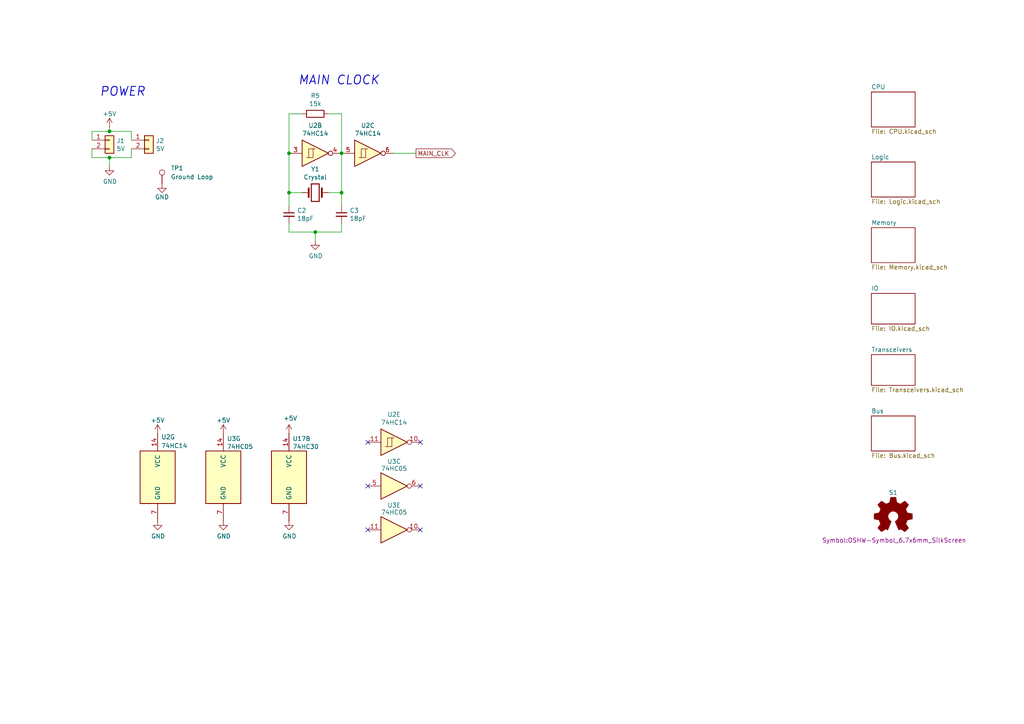
<source format=kicad_sch>
(kicad_sch (version 20231120) (generator "eeschema") (generator_version "8.0")
  (paper "A4")
  (title_block (title "k30p-VME") (rev "1"))
  (lib_symbols
    (symbol "74xx:74HC14" (pin_names (offset 1.016))
      (property "Reference" "U" (at 0 1.27 0))
      (property "Value" "74HC14" (at 0 -1.27 0))
      (symbol "74HC14_1_0"
        (polyline (pts (xy -3.81 3.81) (xy -3.81 -3.81) (xy 3.81 0) (xy -3.81 3.81)) (stroke (width 0.254)) (fill (type background)))
        (pin input line (at -7.62 0 0) (length 3.81) (name "~") (number "1"))
        (pin output inverted (at 7.62 0 180) (length 3.81) (name "~") (number "2"))
      )
      (symbol "74HC14_1_1"
        (polyline (pts (xy -1.905 -1.27) (xy -1.905 1.27) (xy -0.635 1.27)))
        (polyline (pts (xy -2.54 -1.27) (xy -0.635 -1.27) (xy -0.635 1.27) (xy 0 1.27)))
      )
      (symbol "74HC14_2_0"
        (polyline (pts (xy -3.81 3.81) (xy -3.81 -3.81) (xy 3.81 0) (xy -3.81 3.81)) (stroke (width 0.254)) (fill (type background)))
        (pin input line (at -7.62 0 0) (length 3.81) (name "~") (number "3"))
        (pin output inverted (at 7.62 0 180) (length 3.81) (name "~") (number "4"))
      )
      (symbol "74HC14_2_1"
        (polyline (pts (xy -1.905 -1.27) (xy -1.905 1.27) (xy -0.635 1.27)))
        (polyline (pts (xy -2.54 -1.27) (xy -0.635 -1.27) (xy -0.635 1.27) (xy 0 1.27)))
      )
      (symbol "74HC14_3_0"
        (polyline (pts (xy -3.81 3.81) (xy -3.81 -3.81) (xy 3.81 0) (xy -3.81 3.81)) (stroke (width 0.254)) (fill (type background)))
        (pin input line (at -7.62 0 0) (length 3.81) (name "~") (number "5"))
        (pin output inverted (at 7.62 0 180) (length 3.81) (name "~") (number "6"))
      )
      (symbol "74HC14_3_1"
        (polyline (pts (xy -1.905 -1.27) (xy -1.905 1.27) (xy -0.635 1.27)))
        (polyline (pts (xy -2.54 -1.27) (xy -0.635 -1.27) (xy -0.635 1.27) (xy 0 1.27)))
      )
      (symbol "74HC14_4_0"
        (polyline (pts (xy -3.81 3.81) (xy -3.81 -3.81) (xy 3.81 0) (xy -3.81 3.81)) (stroke (width 0.254)) (fill (type background)))
        (pin output inverted (at 7.62 0 180) (length 3.81) (name "~") (number "8"))
        (pin input line (at -7.62 0 0) (length 3.81) (name "~") (number "9"))
      )
      (symbol "74HC14_4_1"
        (polyline (pts (xy -1.905 -1.27) (xy -1.905 1.27) (xy -0.635 1.27)))
        (polyline (pts (xy -2.54 -1.27) (xy -0.635 -1.27) (xy -0.635 1.27) (xy 0 1.27)))
      )
      (symbol "74HC14_5_0"
        (polyline (pts (xy -3.81 3.81) (xy -3.81 -3.81) (xy 3.81 0) (xy -3.81 3.81)) (stroke (width 0.254)) (fill (type background)))
        (pin output inverted (at 7.62 0 180) (length 3.81) (name "~") (number "10"))
        (pin input line (at -7.62 0 0) (length 3.81) (name "~") (number "11"))
      )
      (symbol "74HC14_5_1"
        (polyline (pts (xy -1.905 -1.27) (xy -1.905 1.27) (xy -0.635 1.27)))
        (polyline (pts (xy -2.54 -1.27) (xy -0.635 -1.27) (xy -0.635 1.27) (xy 0 1.27)))
      )
      (symbol "74HC14_6_0"
        (polyline (pts (xy -3.81 3.81) (xy -3.81 -3.81) (xy 3.81 0) (xy -3.81 3.81)) (stroke (width 0.254)) (fill (type background)))
        (pin output inverted (at 7.62 0 180) (length 3.81) (name "~") (number "12"))
        (pin input line (at -7.62 0 0) (length 3.81) (name "~") (number "13"))
      )
      (symbol "74HC14_6_1"
        (polyline (pts (xy -1.905 -1.27) (xy -1.905 1.27) (xy -0.635 1.27)))
        (polyline (pts (xy -2.54 -1.27) (xy -0.635 -1.27) (xy -0.635 1.27) (xy 0 1.27)))
      )
      (symbol "74HC14_7_0"
        (pin power_in line (at 0 12.7 270) (length 5.08) (name "VCC") (number "14"))
        (pin power_in line (at 0 -12.7 90) (length 5.08) (name "GND") (number "7"))
      )
      (symbol "74HC14_7_1"
        (rectangle (start -5.08 7.62) (end 5.08 -7.62) (stroke (width 0.254)) (fill (type background)))
      )
    )
    (symbol "74xx:74LS05" (pin_names (offset 1.016))
      (property "Reference" "U" (at 0 1.27 0))
      (property "Value" "74LS05" (at 0 -1.27 0))
      (symbol "74LS05_1_0"
        (polyline (pts (xy -3.81 3.81) (xy -3.81 -3.81) (xy 3.81 0) (xy -3.81 3.81)) (stroke (width 0.254)) (fill (type background)))
        (pin input line (at -7.62 0 0) (length 3.81) (name "~") (number "1"))
        (pin open_collector inverted (at 7.62 0 180) (length 3.81) (name "~") (number "2"))
      )
      (symbol "74LS05_2_0"
        (polyline (pts (xy -3.81 3.81) (xy -3.81 -3.81) (xy 3.81 0) (xy -3.81 3.81)) (stroke (width 0.254)) (fill (type background)))
        (pin input line (at -7.62 0 0) (length 3.81) (name "~") (number "3"))
        (pin open_collector inverted (at 7.62 0 180) (length 3.81) (name "~") (number "4"))
      )
      (symbol "74LS05_3_0"
        (polyline (pts (xy -3.81 3.81) (xy -3.81 -3.81) (xy 3.81 0) (xy -3.81 3.81)) (stroke (width 0.254)) (fill (type background)))
        (pin input line (at -7.62 0 0) (length 3.81) (name "~") (number "5"))
        (pin open_collector inverted (at 7.62 0 180) (length 3.81) (name "~") (number "6"))
      )
      (symbol "74LS05_4_0"
        (polyline (pts (xy -3.81 3.81) (xy -3.81 -3.81) (xy 3.81 0) (xy -3.81 3.81)) (stroke (width 0.254)) (fill (type background)))
        (pin open_collector inverted (at 7.62 0 180) (length 3.81) (name "~") (number "8"))
        (pin input line (at -7.62 0 0) (length 3.81) (name "~") (number "9"))
      )
      (symbol "74LS05_5_0"
        (polyline (pts (xy -3.81 3.81) (xy -3.81 -3.81) (xy 3.81 0) (xy -3.81 3.81)) (stroke (width 0.254)) (fill (type background)))
        (pin open_collector inverted (at 7.62 0 180) (length 3.81) (name "~") (number "10"))
        (pin input line (at -7.62 0 0) (length 3.81) (name "~") (number "11"))
      )
      (symbol "74LS05_6_0"
        (polyline (pts (xy -3.81 3.81) (xy -3.81 -3.81) (xy 3.81 0) (xy -3.81 3.81)) (stroke (width 0.254)) (fill (type background)))
        (pin open_collector inverted (at 7.62 0 180) (length 3.81) (name "~") (number "12"))
        (pin input line (at -7.62 0 0) (length 3.81) (name "~") (number "13"))
      )
      (symbol "74LS05_7_0"
        (pin power_in line (at 0 12.7 270) (length 5.08) (name "VCC") (number "14"))
        (pin power_in line (at 0 -12.7 90) (length 5.08) (name "GND") (number "7"))
      )
      (symbol "74LS05_7_1"
        (rectangle (start -5.08 7.62) (end 5.08 -7.62) (stroke (width 0.254)) (fill (type background)))
      )
    )
    (symbol "74xx:74LS30" (pin_names (offset 1.016))
      (property "Reference" "U" (at 0 1.27 0))
      (property "Value" "74LS30" (at 0 -1.27 0))
      (symbol "74LS30_1_1"
        (arc (start 0 -3.81) (mid 3.7934 0) (end 0 3.81) (stroke (width 0.254)) (fill (type background)))
        (polyline (pts (xy -3.81 7.62) (xy -3.81 -10.16)) (stroke (width 0.254)))
        (polyline (pts (xy 0 3.81) (xy -3.81 3.81) (xy -3.81 -3.81) (xy 0 -3.81)) (stroke (width 0.254)) (fill (type background)))
        (pin input line (at -7.62 7.62 0) (length 3.81) (name "~") (number "1"))
        (pin input line (at -7.62 -7.62 0) (length 3.81) (name "~") (number "11"))
        (pin input line (at -7.62 -10.16 0) (length 3.81) (name "~") (number "12"))
        (pin input line (at -7.62 5.08 0) (length 3.81) (name "~") (number "2"))
        (pin input line (at -7.62 2.54 0) (length 3.81) (name "~") (number "3"))
        (pin input line (at -7.62 0 0) (length 3.81) (name "~") (number "4"))
        (pin input line (at -7.62 -2.54 0) (length 3.81) (name "~") (number "5"))
        (pin input line (at -7.62 -5.08 0) (length 3.81) (name "~") (number "6"))
        (pin output inverted (at 7.62 0 180) (length 3.81) (name "~") (number "8"))
      )
      (symbol "74LS30_1_2"
        (arc (start -3.81 -3.81) (mid -2.589 0) (end -3.81 3.81) (stroke (width 0.254)))
        (arc (start -0.6096 -3.81) (mid 2.1842 -2.5851) (end 3.81 0) (stroke (width 0.254)) (fill (type background)))
        (polyline (pts (xy -3.81 -3.81) (xy -3.81 -10.16)) (stroke (width 0.254)))
        (polyline (pts (xy -3.81 -3.81) (xy -0.635 -3.81)) (stroke (width 0.254)) (fill (type background)))
        (polyline (pts (xy -3.81 3.81) (xy -0.635 3.81)) (stroke (width 0.254)) (fill (type background)))
        (polyline (pts (xy -3.81 7.62) (xy -3.81 3.81)) (stroke (width 0.254)))
        (polyline (pts (xy -0.635 3.81) (xy -3.81 3.81) (xy -3.81 3.81) (xy -3.556 3.4036) (xy -3.0226 2.2606) (xy -2.6924 1.0414) (xy -2.6162 -0.254) (xy -2.7686 -1.4986) (xy -3.175 -2.7178) (xy -3.81 -3.81) (xy -3.81 -3.81) (xy -0.635 -3.81)) (stroke (width -25.4)) (fill (type background)))
        (arc (start 3.81 0) (mid 2.1915 2.5936) (end -0.6096 3.81) (stroke (width 0.254)) (fill (type background)))
        (pin input inverted (at -7.62 7.62 0) (length 3.81) (name "~") (number "1"))
        (pin input inverted (at -7.62 -7.62 0) (length 3.81) (name "~") (number "11"))
        (pin input inverted (at -7.62 -10.16 0) (length 3.81) (name "~") (number "12"))
        (pin input inverted (at -7.62 5.08 0) (length 3.81) (name "~") (number "2"))
        (pin input inverted (at -7.62 2.54 0) (length 4.5466) (name "~") (number "3"))
        (pin input inverted (at -7.62 0 0) (length 5.08) (name "~") (number "4"))
        (pin input inverted (at -7.62 -2.54 0) (length 4.5466) (name "~") (number "5"))
        (pin input inverted (at -7.62 -5.08 0) (length 3.81) (name "~") (number "6"))
        (pin output line (at 7.62 0 180) (length 3.81) (name "~") (number "8"))
      )
      (symbol "74LS30_2_0"
        (pin power_in line (at 0 12.7 270) (length 5.08) (name "VCC") (number "14"))
        (pin power_in line (at 0 -12.7 90) (length 5.08) (name "GND") (number "7"))
      )
      (symbol "74LS30_2_1"
        (rectangle (start -5.08 7.62) (end 5.08 -7.62) (stroke (width 0.254)) (fill (type background)))
      )
    )
    (symbol "Connector:TestPoint" (pin_numbers hide) (pin_names (offset 0.762) hide)
      (property "Reference" "TP" (at 0 6.858 0))
      (property "Value" "TestPoint" (at 0 5.08 0))
      (symbol "TestPoint_0_1"
        (circle (center 0 3.302) (radius 0.762))
      )
      (symbol "TestPoint_1_1"
        (pin passive line (at 0 0 90) (length 2.54) (name "1") (number "1"))
      )
    )
    (symbol "Connector_Generic:Conn_01x02" (pin_names (offset 1.016) hide)
      (property "Reference" "J" (at 0 2.54 0))
      (property "Value" "Conn_01x02" (at 0 -5.08 0))
      (symbol "Conn_01x02_1_1"
        (rectangle (start -1.27 -2.413) (end 0 -2.667) (stroke (width 0.1524)))
        (rectangle (start -1.27 0.127) (end 0 -0.127) (stroke (width 0.1524)))
        (rectangle (start -1.27 1.27) (end 1.27 -3.81) (stroke (width 0.254)) (fill (type background)))
        (pin passive line (at -5.08 0 0) (length 3.81) (name "Pin_1") (number "1"))
        (pin passive line (at -5.08 -2.54 0) (length 3.81) (name "Pin_2") (number "2"))
      )
    )
    (symbol "Device:C_Small" (pin_numbers hide) (pin_names (offset 0.254) hide)
      (property "Reference" "C" (at 0.254 1.778 0))
      (property "Value" "C_Small" (at 0.254 -2.032 0))
      (symbol "C_Small_0_1"
        (polyline (pts (xy -1.524 -0.508) (xy 1.524 -0.508)) (stroke (width 0.3302)))
        (polyline (pts (xy -1.524 0.508) (xy 1.524 0.508)) (stroke (width 0.3048)))
      )
      (symbol "C_Small_1_1"
        (pin passive line (at 0 2.54 270) (length 2.032) (name "~") (number "1"))
        (pin passive line (at 0 -2.54 90) (length 2.032) (name "~") (number "2"))
      )
    )
    (symbol "Device:Crystal" (pin_numbers hide) (pin_names (offset 1.016) hide)
      (property "Reference" "Y" (at 0 3.81 0))
      (property "Value" "Crystal" (at 0 -3.81 0))
      (symbol "Crystal_0_1"
        (rectangle (start -1.143 2.54) (end 1.143 -2.54) (stroke (width 0.3048)))
        (polyline (pts (xy -2.54 0) (xy -1.905 0)))
        (polyline (pts (xy -1.905 -1.27) (xy -1.905 1.27)) (stroke (width 0.508)))
        (polyline (pts (xy 1.905 -1.27) (xy 1.905 1.27)) (stroke (width 0.508)))
        (polyline (pts (xy 2.54 0) (xy 1.905 0)))
      )
      (symbol "Crystal_1_1"
        (pin passive line (at -3.81 0 0) (length 1.27) (name "1") (number "1"))
        (pin passive line (at 3.81 0 180) (length 1.27) (name "2") (number "2"))
      )
    )
    (symbol "Device:R" (pin_numbers hide) (pin_names (offset 0))
      (property "Reference" "R" (at 2.032 0 90))
      (property "Value" "R" (at 0 0 90))
      (symbol "R_0_1"
        (rectangle (start -1.016 -2.54) (end 1.016 2.54) (stroke (width 0.254)))
      )
      (symbol "R_1_1"
        (pin passive line (at 0 3.81 270) (length 1.27) (name "~") (number "1"))
        (pin passive line (at 0 -3.81 90) (length 1.27) (name "~") (number "2"))
      )
    )
    (symbol "Graphic:Logo_Open_Hardware_Small" (in_bom no) (on_board no)
      (symbol "Logo_Open_Hardware_Small_0_1"
        (polyline (pts (xy 3.3528 -4.3434) (xy 3.302 -4.318) (xy 3.175 -4.2418) (xy 2.9972 -4.1148) (xy 2.7686 -3.9624) (xy 2.54 -3.81) (xy 2.3622 -3.7084) (xy 2.2352 -3.6068) (xy 2.1844 -3.5814) (xy 2.159 -3.6068) (xy 2.0574 -3.6576) (xy 1.905 -3.7338) (xy 1.8034 -3.7846) (xy 1.6764 -3.8354) (xy 1.6002 -3.8354) (xy 1.6002 -3.8354) (xy 1.5494 -3.7338) (xy 1.4732 -3.5306) (xy 1.3462 -3.302) (xy 1.2446 -3.0226) (xy 1.1176 -2.7178) (xy 0.9652 -2.413) (xy 0.8636 -2.1082) (xy 0.7366 -1.8288) (xy 0.6604 -1.6256) (xy 0.6096 -1.4732) (xy 0.5842 -1.397) (xy 0.5842 -1.397) (xy 0.6604 -1.3208) (xy 0.7874 -1.2446) (xy 1.0414 -1.016) (xy 1.2954 -0.6858) (xy 1.4478 -0.3302) (xy 1.524 0.0762) (xy 1.4732 0.4572) (xy 1.3208 0.8128) (xy 1.0668 1.143) (xy 0.762 1.3716) (xy 0.4064 1.524) (xy 0 1.5748) (xy -0.381 1.5494) (xy -0.7366 1.397) (xy -1.0668 1.143) (xy -1.2192 0.9906) (xy -1.397 0.6604) (xy -1.524 0.3048) (xy -1.524 0.2286) (xy -1.4986 -0.1778) (xy -1.397 -0.5334) (xy -1.1938 -0.8636) (xy -0.9144 -1.143) (xy -0.8636 -1.1684) (xy -0.7366 -1.27) (xy -0.635 -1.3462) (xy -0.5842 -1.397) (xy -1.0668 -2.5908) (xy -1.143 -2.794) (xy -1.2954 -3.1242) (xy -1.397 -3.4036) (xy -1.4986 -3.6322) (xy -1.5748 -3.7846) (xy -1.6002 -3.8354) (xy -1.6002 -3.8354) (xy -1.651 -3.8354) (xy -1.7272 -3.81) (xy -1.905 -3.7338) (xy -2.0066 -3.683) (xy -2.1336 -3.6068) (xy -2.2098 -3.5814) (xy -2.2606 -3.6068) (xy -2.3622 -3.683) (xy -2.54 -3.81) (xy -2.7686 -3.9624) (xy -2.9718 -4.0894) (xy -3.1496 -4.2164) (xy -3.302 -4.318) (xy -3.3528 -4.3434) (xy -3.3782 -4.3434) (xy -3.429 -4.318) (xy -3.5306 -4.2164) (xy -3.7084 -4.064) (xy -3.937 -3.8354) (xy -3.9624 -3.81) (xy -4.1656 -3.6068) (xy -4.318 -3.4544) (xy -4.4196 -3.3274) (xy -4.445 -3.2766) (xy -4.445 -3.2766) (xy -4.4196 -3.2258) (xy -4.318 -3.0734) (xy -4.2164 -2.8956) (xy -4.064 -2.667) (xy -3.6576 -2.0828) (xy -3.8862 -1.5494) (xy -3.937 -1.3716) (xy -4.0386 -1.1684) (xy -4.0894 -1.0414) (xy -4.1148 -0.9652) (xy -4.191 -0.9398) (xy -4.318 -0.9144) (xy -4.5466 -0.8636) (xy -4.8006 -0.8128) (xy -5.0546 -0.7874) (xy -5.2578 -0.7366) (xy -5.4356 -0.7112) (xy -5.5118 -0.6858) (xy -5.5118 -0.6858) (xy -5.5372 -0.635) (xy -5.5372 -0.5588) (xy -5.5372 -0.4318) (xy -5.5626 -0.2286) (xy -5.5626 0.0762) (xy -5.5626 0.127) (xy -5.5372 0.4064) (xy -5.5372 0.635) (xy -5.5372 0.762) (xy -5.5372 0.8382) (xy -5.5372 0.8382) (xy -5.461 0.8382) (xy -5.3086 0.889) (xy -5.08 0.9144) (xy -4.826 0.9652) (xy -4.8006 0.9906) (xy -4.5466 1.0414) (xy -4.318 1.0668) (xy -4.1656 1.1176) (xy -4.0894 1.143) (xy -4.0894 1.143) (xy -4.0386 1.2446) (xy -3.9624 1.4224) (xy -3.8608 1.6256) (xy -3.7846 1.8288) (xy -3.7084 2.0066) (xy -3.6576 2.159) (xy -3.6322 2.2098) (xy -3.6322 2.2098) (xy -3.683 2.286) (xy -3.7592 2.413) (xy -3.8862 2.5908) (xy -4.064 2.8194) (xy -4.064 2.8448) (xy -4.2164 3.0734) (xy -4.3434 3.2512) (xy -4.4196 3.3782) (xy -4.445 3.4544) (xy -4.445 3.4544) (xy -4.3942 3.5052) (xy -4.2926 3.6322) (xy -4.1148 3.81) (xy -3.937 4.0132) (xy -3.8608 4.064) (xy -3.6576 4.2926) (xy -3.5052 4.4196) (xy -3.4036 4.4958) (xy -3.3528 4.5212) (xy -3.3528 4.5212) (xy -3.302 4.4704) (xy -3.1496 4.3688) (xy -2.9718 4.2418) (xy -2.7432 4.0894) (xy -2.7178 4.0894) (xy -2.4892 3.937) (xy -2.3114 3.81) (xy -2.1844 3.7084) (xy -2.1336 3.683) (xy -2.1082 3.683) (xy -2.032 3.7084) (xy -1.8542 3.7592) (xy -1.6764 3.8354) (xy -1.4732 3.937) (xy -1.27 4.0132) (xy -1.143 4.064) (xy -1.0668 4.1148) (xy -1.0668 4.1148) (xy -1.0414 4.191) (xy -1.016 4.3434) (xy -0.9652 4.572) (xy -0.9144 4.8514) (xy -0.889 4.9022) (xy -0.8382 5.1562) (xy -0.8128 5.3848) (xy -0.7874 5.5372) (xy -0.762 5.588) (xy -0.7112 5.6134) (xy -0.5842 5.6134) (xy -0.4064 5.6134) (xy -0.1524 5.6134) (xy 0.0762 5.6134) (xy 0.3302 5.6134) (xy 0.5334 5.6134) (xy 0.6858 5.588) (xy 0.7366 5.588) (xy 0.7366 5.588) (xy 0.762 5.5118) (xy 0.8128 5.334) (xy 0.8382 5.1054) (xy 0.9144 4.826) (xy 0.9144 4.7752) (xy 0.9652 4.5212) (xy 1.016 4.2926) (xy 1.0414 4.1402) (xy 1.0668 4.0894) (xy 1.0668 4.0894) (xy 1.1938 4.0386) (xy 1.3716 3.9624) (xy 1.5748 3.8608) (xy 2.0828 3.6576) (xy 2.7178 4.0894) (xy 2.7686 4.1402) (xy 2.9972 4.2926) (xy 3.175 4.4196) (xy 3.302 4.4958) (xy 3.3782 4.5212) (xy 3.3782 4.5212) (xy 3.429 4.4704) (xy 3.556 4.3434) (xy 3.7338 4.191) (xy 3.9116 3.9878) (xy 4.064 3.8354) (xy 4.2418 3.6576) (xy 4.3434 3.556) (xy 4.4196 3.4798) (xy 4.4196 3.429) (xy 4.4196 3.4036) (xy 4.3942 3.3274) (xy 4.2926 3.2004) (xy 4.1656 2.9972) (xy 4.0132 2.794) (xy 3.8862 2.5908) (xy 3.7592 2.3876) (xy 3.6576 2.2352) (xy 3.6322 2.159) (xy 3.6322 2.1336) (xy 3.683 2.0066) (xy 3.7592 1.8288) (xy 3.8608 1.6002) (xy 4.064 1.1176) (xy 4.3942 1.0414) (xy 4.5974 1.016) (xy 4.8768 0.9652) (xy 5.1308 0.9144) (xy 5.5372 0.8382) (xy 5.5626 -0.6604) (xy 5.4864 -0.6858) (xy 5.4356 -0.6858) (xy 5.2832 -0.7366) (xy 5.0546 -0.762) (xy 4.8006 -0.8128) (xy 4.5974 -0.8636) (xy 4.3688 -0.9144) (xy 4.2164 -0.9398) (xy 4.1402 -0.9398) (xy 4.1148 -0.9652) (xy 4.064 -1.0668) (xy 3.9878 -1.2446) (xy 3.9116 -1.4478) (xy 3.81 -1.651) (xy 3.7338 -1.8542) (xy 3.683 -2.0066) (xy 3.6576 -2.0828) (xy 3.683 -2.1336) (xy 3.7846 -2.2606) (xy 3.8862 -2.4638) (xy 4.0386 -2.667) (xy 4.191 -2.8956) (xy 4.318 -3.0734) (xy 4.3942 -3.2004) (xy 4.445 -3.2766) (xy 4.4196 -3.3274) (xy 4.3434 -3.429) (xy 4.1656 -3.5814) (xy 3.937 -3.8354) (xy 3.8862 -3.8608) (xy 3.683 -4.064) (xy 3.5306 -4.2164) (xy 3.4036 -4.318) (xy 3.3528 -4.3434)) (fill (type outline)))
      )
    )
    (symbol "power:+5V" (power) (pin_numbers hide) (pin_names (offset 0) hide)
      (property "Value" "+5V" (at 0 3.556 0))
      (symbol "+5V_0_1"
        (polyline (pts (xy -0.762 1.27) (xy 0 2.54)))
        (polyline (pts (xy 0 0) (xy 0 2.54)))
        (polyline (pts (xy 0 2.54) (xy 0.762 1.27)))
      )
      (symbol "+5V_1_1"
        (pin power_in line (at 0 0 90) (length 0) (name "~") (number "1"))
      )
    )
    (symbol "power:GND" (power) (pin_numbers hide) (pin_names (offset 0) hide)
      (property "Value" "GND" (at 0 -3.81 0))
      (symbol "GND_0_1"
        (polyline (pts (xy 0 0) (xy 0 -1.27) (xy 1.27 -1.27) (xy 0 -2.54) (xy -1.27 -1.27) (xy 0 -1.27)))
      )
      (symbol "GND_1_1"
        (pin power_in line (at 0 0 270) (length 0) (name "~") (number "1"))
      )
    )
  )
  (junction (at 99.06 44.45))
  (junction (at 31.75 45.72))
  (junction (at 99.06 55.88))
  (junction (at 91.44 67.31))
  (junction (at 83.82 44.45))
  (junction (at 83.82 55.88))
  (junction (at 31.75 38.1))
  (no_connect (at 106.68 140.97))
  (no_connect (at 121.92 140.97))
  (no_connect (at 121.92 128.27))
  (no_connect (at 106.68 128.27))
  (no_connect (at 106.68 153.67))
  (no_connect (at 121.92 153.67))
  (wire (pts (xy 31.75 38.1) (xy 38.1 38.1)))
  (wire (pts (xy 26.67 38.1) (xy 31.75 38.1)))
  (wire (pts (xy 99.06 44.45) (xy 99.06 55.88)))
  (wire (pts (xy 38.1 40.64) (xy 38.1 38.1)))
  (wire (pts (xy 31.75 45.72) (xy 38.1 45.72)))
  (wire (pts (xy 26.67 45.72) (xy 26.67 43.18)))
  (wire (pts (xy 91.44 67.31) (xy 99.06 67.31)))
  (wire (pts (xy 91.44 67.31) (xy 91.44 69.85)))
  (wire (pts (xy 83.82 55.88) (xy 83.82 59.69)))
  (wire (pts (xy 83.82 44.45) (xy 83.82 55.88)))
  (wire (pts (xy 83.82 67.31) (xy 83.82 64.77)))
  (wire (pts (xy 83.82 33.02) (xy 83.82 44.45)))
  (wire (pts (xy 31.75 48.26) (xy 31.75 45.72)))
  (wire (pts (xy 83.82 55.88) (xy 87.63 55.88)))
  (wire (pts (xy 83.82 67.31) (xy 91.44 67.31)))
  (wire (pts (xy 114.3 44.45) (xy 120.65 44.45)))
  (wire (pts (xy 95.25 55.88) (xy 99.06 55.88)))
  (wire (pts (xy 95.25 33.02) (xy 99.06 33.02)))
  (wire (pts (xy 99.06 55.88) (xy 99.06 59.69)))
  (wire (pts (xy 31.75 38.1) (xy 31.75 36.83)))
  (wire (pts (xy 38.1 43.18) (xy 38.1 45.72)))
  (wire (pts (xy 99.06 33.02) (xy 99.06 44.45)))
  (wire (pts (xy 87.63 33.02) (xy 83.82 33.02)))
  (wire (pts (xy 26.67 38.1) (xy 26.67 40.64)))
  (wire (pts (xy 99.06 64.77) (xy 99.06 67.31)))
  (wire (pts (xy 26.67 45.72) (xy 31.75 45.72)))
  (text "MAIN CLOCK" (at 98.298 24.892 0) (effects (font (size 2.56 2.56) (thickness 0.254) (bold yes) (italic yes)) (justify bottom)))
  (text "POWER\n" (at 35.56 28.194 0) (effects (font (size 2.56 2.56) (thickness 0.254) (bold yes) (italic yes)) (justify bottom)))
  (global_label "MAIN_CLK" (shape output) (at 120.65 44.45 0) (property "Intersheetrefs" "${INTERSHEET_REFS}" (at 132.6462 44.45 0) (effects (justify left))))
  (symbol (lib_id "power:GND") (at 45.72 151.13 0) (unit 1)
    (property "Reference" "#PWR080" (effects (hide yes)))
    (property "Value" "GND" (at 45.847 155.5242 0))
    (property "Description" "Power symbol creates a global label with name \"GND\" , ground" (effects (hide yes)))
  )
  (symbol (lib_id "74xx:74LS05") (at 114.3 140.97 0) (unit 3)
    (property "Reference" "U3" (at 114.3 133.858 0))
    (property "Value" "74HC05" (at 114.3 135.89 0))
    (property "Footprint" "Package_SO:TSSOP-14_4.4x5mm_P0.65mm" (effects (hide yes)))
    (property "Datasheet" "http://www.ti.com/lit/gpn/sn74LS05" (effects (hide yes)))
  )
  (symbol (lib_id "Device:C_Small") (at 83.82 62.23 0) (unit 1)
    (property "Reference" "C2" (at 86.1568 61.0616 0) (effects (justify left)))
    (property "Value" "18pF" (at 86.1568 63.373 0) (effects (justify left)))
    (property "Footprint" "Capacitor_THT:C_Disc_D3.0mm_W2.0mm_P2.50mm" (effects (hide yes)))
  )
  (symbol (lib_id "Connector:TestPoint") (at 46.99 53.34 0) (unit 1)
    (property "Reference" "TP1" (at 49.53 48.768 0) (effects (justify left)))
    (property "Value" "Ground Loop" (at 49.53 51.308 0) (effects (justify left)))
    (property "Footprint" "TestPoint:TestPoint_Loop_D2.60mm_Drill1.6mm_Beaded" (effects (hide yes)))
  )
  (symbol (lib_id "Connector_Generic:Conn_01x02") (at 43.18 40.64 0) (unit 1)
    (property "Reference" "J2" (at 45.212 40.8432 0) (effects (justify left)))
    (property "Value" "5V" (at 45.212 43.1546 0) (effects (justify left)))
    (property "Footprint" "Connector_PinHeader_2.54mm:PinHeader_1x02_P2.54mm_Vertical" (effects (hide yes)))
  )
  (symbol (lib_id "74xx:74HC14") (at 91.44 44.45 0) (unit 2)
    (property "Reference" "U2" (at 91.44 36.3982 0))
    (property "Value" "74HC14" (at 91.44 38.7096 0))
    (property "Footprint" "Package_SO:TSSOP-14_4.4x5mm_P0.65mm" (effects (hide yes)))
    (property "Datasheet" "http://www.ti.com/lit/gpn/sn74HC14" (effects (hide yes)))
    (property "Description" "Hex inverter schmitt trigger" (effects (hide yes)))
  )
  (symbol (lib_id "power:GND") (at 91.44 69.85 0) (unit 1)
    (property "Reference" "#PWR012" (effects (hide yes)))
    (property "Value" "GND" (at 91.567 74.2442 0))
    (property "Description" "Power symbol creates a global label with name \"GND\" , ground" (effects (hide yes)))
  )
  (symbol (lib_id "Device:Crystal") (at 91.44 55.88 0) (unit 1)
    (property "Reference" "Y1" (at 91.44 49.0728 0))
    (property "Value" "Crystal" (at 91.44 51.3842 0))
    (property "Footprint" "Crystal:Crystal_HC49-4H_Vertical" (effects (hide yes)))
  )
  (symbol (lib_id "power:GND") (at 64.77 151.13 0) (unit 1)
    (property "Reference" "#PWR083" (effects (hide yes)))
    (property "Value" "GND" (at 64.897 155.5242 0))
    (property "Description" "Power symbol creates a global label with name \"GND\" , ground" (effects (hide yes)))
  )
  (symbol (lib_id "74xx:74LS05") (at 64.77 138.43 0) (unit 7)
    (property "Reference" "U3" (at 67.818 127.254 0))
    (property "Value" "74HC05" (at 69.596 129.54 0))
    (property "Footprint" "Package_SO:TSSOP-14_4.4x5mm_P0.65mm" (effects (hide yes)))
    (property "Datasheet" "http://www.ti.com/lit/gpn/sn74LS05" (effects (hide yes)))
  )
  (symbol (lib_id "Device:C_Small") (at 99.06 62.23 0) (unit 1)
    (property "Reference" "C3" (at 101.3968 61.0616 0) (effects (justify left)))
    (property "Value" "18pF" (at 101.3968 63.373 0) (effects (justify left)))
    (property "Footprint" "Capacitor_THT:C_Disc_D3.0mm_W2.0mm_P2.50mm" (effects (hide yes)))
  )
  (symbol (lib_id "power:GND") (at 83.82 151.13 0) (unit 1)
    (property "Reference" "#PWR079" (effects (hide yes)))
    (property "Value" "GND" (at 83.947 155.5242 0))
    (property "Description" "Power symbol creates a global label with name \"GND\" , ground" (effects (hide yes)))
  )
  (symbol (lib_id "74xx:74LS30") (at 83.82 138.43 0) (unit 2)
    (property "Reference" "U17" (at 84.836 127.254 0) (effects (justify left)))
    (property "Value" "74HC30" (at 84.836 129.54 0) (effects (justify left)))
    (property "Footprint" "Package_SO:TSSOP-14_4.4x5mm_P0.65mm" (effects (hide yes)))
    (property "Datasheet" "http://www.ti.com/lit/gpn/sn74LS30" (effects (hide yes)))
    (property "Description" "8-input NAND" (effects (hide yes)))
  )
  (symbol (lib_id "74xx:74HC14") (at 106.68 44.45 0) (unit 3)
    (property "Reference" "U2" (at 106.68 36.3982 0))
    (property "Value" "74HC14" (at 106.68 38.7096 0))
    (property "Footprint" "Package_SO:TSSOP-14_4.4x5mm_P0.65mm" (effects (hide yes)))
    (property "Datasheet" "http://www.ti.com/lit/gpn/sn74HC14" (effects (hide yes)))
    (property "Description" "Hex inverter schmitt trigger" (effects (hide yes)))
  )
  (symbol (lib_id "power:+5V") (at 83.82 125.73 0) (unit 1)
    (property "Reference" "#PWR078" (effects (hide yes)))
    (property "Value" "+5V" (at 84.201 121.3358 0))
    (property "Description" "Power symbol creates a global label with name \"+5V\"" (effects (hide yes)))
  )
  (symbol (lib_id "Device:R") (at 91.44 33.02 270) (unit 1)
    (property "Reference" "R5" (at 91.44 27.7622 90))
    (property "Value" "15k" (at 91.44 30.0736 90))
    (property "Footprint" "Resistor_SMD:R_0805_2012Metric_Pad1.20x1.40mm_HandSolder" (effects (hide yes)))
  )
  (symbol (lib_id "power:+5V") (at 45.72 125.73 0) (unit 1)
    (property "Reference" "#PWR081" (effects (hide yes)))
    (property "Value" "+5V" (at 45.72 121.92 0))
    (property "Description" "Power symbol creates a global label with name \"+5V\"" (effects (hide yes)))
  )
  (symbol (lib_id "power:+5V") (at 31.75 36.83 0) (unit 1)
    (property "Reference" "#PWR01" (effects (hide yes)))
    (property "Value" "+5V" (at 31.75 33.02 0))
    (property "Description" "Power symbol creates a global label with name \"+5V\"" (effects (hide yes)))
  )
  (symbol (lib_id "power:GND") (at 46.99 53.34 0) (unit 1)
    (property "Reference" "#PWR03" (effects (hide yes)))
    (property "Value" "GND" (at 46.99 57.15 0))
    (property "Description" "Power symbol creates a global label with name \"GND\" , ground" (effects (hide yes)))
  )
  (symbol (lib_id "74xx:74LS05") (at 114.3 153.67 0) (unit 5)
    (property "Reference" "U3" (at 114.3 146.558 0))
    (property "Value" "74HC05" (at 114.3 148.59 0))
    (property "Footprint" "Package_SO:TSSOP-14_4.4x5mm_P0.65mm" (effects (hide yes)))
    (property "Datasheet" "http://www.ti.com/lit/gpn/sn74LS05" (effects (hide yes)))
  )
  (symbol (lib_id "Connector_Generic:Conn_01x02") (at 31.75 40.64 0) (unit 1)
    (property "Reference" "J1" (at 33.782 40.8432 0) (effects (justify left)))
    (property "Value" "5V" (at 33.782 43.1546 0) (effects (justify left)))
    (property "Footprint" "Connector_PinHeader_2.54mm:PinHeader_1x02_P2.54mm_Vertical" (effects (hide yes)))
  )
  (symbol (lib_id "Graphic:Logo_Open_Hardware_Small") (at 259.08 149.86 0) (unit 1) (exclude_from_sim yes)
    (property "Reference" "S1" (at 259.08 142.875 0))
    (property "Value" "Logo_Open_Hardware_Small" (effects (hide yes)))
    (property "Footprint" "Symbol:OSHW-Symbol_6.7x6mm_SilkScreen" (at 259.334 156.718 0))
  )
  (symbol (lib_id "power:+5V") (at 64.77 125.73 0) (unit 1)
    (property "Reference" "#PWR082" (effects (hide yes)))
    (property "Value" "+5V" (at 64.77 121.92 0))
    (property "Description" "Power symbol creates a global label with name \"+5V\"" (effects (hide yes)))
  )
  (symbol (lib_id "74xx:74HC14") (at 45.72 138.43 0) (unit 7)
    (property "Reference" "U2" (at 48.768 126.746 0))
    (property "Value" "74HC14" (at 50.546 129.286 0))
    (property "Footprint" "Package_SO:TSSOP-14_4.4x5mm_P0.65mm" (effects (hide yes)))
    (property "Datasheet" "http://www.ti.com/lit/gpn/sn74HC14" (effects (hide yes)))
    (property "Description" "Hex inverter schmitt trigger" (effects (hide yes)))
  )
  (symbol (lib_id "74xx:74HC14") (at 114.3 128.27 0) (unit 5)
    (property "Reference" "U2" (at 114.3 120.2182 0))
    (property "Value" "74HC14" (at 114.3 122.5296 0))
    (property "Footprint" "Package_SO:TSSOP-14_4.4x5mm_P0.65mm" (effects (hide yes)))
    (property "Datasheet" "http://www.ti.com/lit/gpn/sn74HC14" (effects (hide yes)))
    (property "Description" "Hex inverter schmitt trigger" (effects (hide yes)))
  )
  (symbol (lib_id "power:GND") (at 31.75 48.26 0) (unit 1)
    (property "Reference" "#PWR02" (effects (hide yes)))
    (property "Value" "GND" (at 31.877 52.6542 0))
    (property "Description" "Power symbol creates a global label with name \"GND\" , ground" (effects (hide yes)))
  )
  (sheet (at 252.73 120.65) (size 12.7 10.16) (stroke (width 0.1524))
    (property "Sheetname" "Bus" (at 252.73 119.9384 0) (effects (justify left bottom)))
    (property "Sheetfile" "Bus.kicad_sch" (at 252.73 131.3946 0) (effects (justify left top)))
  )
  (sheet (at 252.73 85.09) (size 12.7 8.89) (stroke (width 0.1524))
    (property "Sheetname" "IO" (at 252.73 84.3784 0) (effects (justify left bottom)))
    (property "Sheetfile" "IO.kicad_sch" (at 252.73 94.5646 0) (effects (justify left top)))
  )
  (sheet (at 252.73 66.04) (size 12.7 10.16) (stroke (width 0.1524))
    (property "Sheetname" "Memory" (at 252.73 65.3284 0) (effects (justify left bottom)))
    (property "Sheetfile" "Memory.kicad_sch" (at 252.73 76.7846 0) (effects (justify left top)))
  )
  (sheet (at 252.73 46.99) (size 12.7 10.16) (stroke (width 0.1524))
    (property "Sheetname" "Logic" (at 252.73 46.2784 0) (effects (justify left bottom)))
    (property "Sheetfile" "Logic.kicad_sch" (at 252.73 57.7346 0) (effects (justify left top)))
  )
  (sheet (at 252.73 102.87) (size 12.7 8.89) (stroke (width 0.1524))
    (property "Sheetname" "Transceivers" (at 252.73 102.1584 0) (effects (justify left bottom)))
    (property "Sheetfile" "Transceivers.kicad_sch" (at 252.73 112.3446 0) (effects (justify left top)))
  )
  (sheet (at 252.73 26.67) (size 12.7 10.16) (stroke (width 0.1524))
    (property "Sheetname" "CPU" (at 252.73 25.9584 0) (effects (justify left bottom)))
    (property "Sheetfile" "CPU.kicad_sch" (at 252.73 37.4146 0) (effects (justify left top)))
  )
)
</source>
